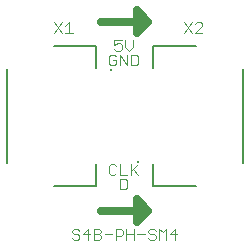
<source format=gbr>
G04 EAGLE Gerber RS-274X export*
G75*
%MOMM*%
%FSLAX34Y34*%
%LPD*%
%INSilkscreen Top*%
%IPPOS*%
%AMOC8*
5,1,8,0,0,1.08239X$1,22.5*%
G01*
%ADD10C,0.076200*%
%ADD11C,0.700000*%
%ADD12C,0.127000*%
%ADD13C,0.254000*%


D10*
X-2663Y64627D02*
X-8827Y64627D01*
X-8827Y60004D01*
X-5745Y61545D01*
X-4204Y61545D01*
X-2663Y60004D01*
X-2663Y56922D01*
X-4204Y55381D01*
X-7286Y55381D01*
X-8827Y56922D01*
X381Y58463D02*
X381Y64627D01*
X381Y58463D02*
X3463Y55381D01*
X6545Y58463D01*
X6545Y64627D01*
X-4223Y-52873D02*
X-4223Y-62119D01*
X400Y-62119D01*
X1941Y-60578D01*
X1941Y-54414D01*
X400Y-52873D01*
X-4223Y-52873D01*
X-7267Y-41914D02*
X-8808Y-40373D01*
X-11890Y-40373D01*
X-13431Y-41914D01*
X-13431Y-48078D01*
X-11890Y-49619D01*
X-8808Y-49619D01*
X-7267Y-48078D01*
X-4223Y-49619D02*
X-4223Y-40373D01*
X-4223Y-49619D02*
X1941Y-49619D01*
X4985Y-49619D02*
X4985Y-40373D01*
X4985Y-46537D02*
X11149Y-40373D01*
X6526Y-44996D02*
X11149Y-49619D01*
X-7267Y50586D02*
X-8808Y52127D01*
X-11890Y52127D01*
X-13431Y50586D01*
X-13431Y44422D01*
X-11890Y42881D01*
X-8808Y42881D01*
X-7267Y44422D01*
X-7267Y47504D01*
X-10349Y47504D01*
X-4223Y42881D02*
X-4223Y52127D01*
X1941Y42881D01*
X1941Y52127D01*
X4985Y52127D02*
X4985Y42881D01*
X9608Y42881D01*
X11149Y44422D01*
X11149Y50586D01*
X9608Y52127D01*
X4985Y52127D01*
D11*
X20000Y-80000D02*
X-20000Y-80000D01*
X10000Y-70000D02*
X20000Y-80000D01*
X10000Y-70000D02*
X10000Y-90000D01*
X20000Y-80000D01*
X20000Y80000D02*
X-20000Y80000D01*
X10000Y90000D02*
X20000Y80000D01*
X10000Y90000D02*
X10000Y70000D01*
X20000Y80000D01*
D12*
X100000Y39500D02*
X100000Y-39500D01*
X60000Y59500D02*
X24000Y59500D01*
X24000Y-59500D02*
X60000Y-59500D01*
X24000Y-59500D02*
X24000Y-40500D01*
X24000Y40500D02*
X24000Y59500D01*
D13*
X11500Y-39000D03*
D10*
X56545Y70381D02*
X50381Y79627D01*
X56545Y79627D02*
X50381Y70381D01*
X59589Y70381D02*
X65753Y70381D01*
X59589Y70381D02*
X65753Y76545D01*
X65753Y78086D01*
X64212Y79627D01*
X61130Y79627D01*
X59589Y78086D01*
X-39996Y-95373D02*
X-38455Y-96914D01*
X-39996Y-95373D02*
X-43078Y-95373D01*
X-44619Y-96914D01*
X-44619Y-98455D01*
X-43078Y-99996D01*
X-39996Y-99996D01*
X-38455Y-101537D01*
X-38455Y-103078D01*
X-39996Y-104619D01*
X-43078Y-104619D01*
X-44619Y-103078D01*
X-30788Y-104619D02*
X-30788Y-95373D01*
X-35411Y-99996D01*
X-29247Y-99996D01*
X-26203Y-104619D02*
X-26203Y-95373D01*
X-21580Y-95373D01*
X-20039Y-96914D01*
X-20039Y-98455D01*
X-21580Y-99996D01*
X-20039Y-101537D01*
X-20039Y-103078D01*
X-21580Y-104619D01*
X-26203Y-104619D01*
X-26203Y-99996D02*
X-21580Y-99996D01*
X-16995Y-99996D02*
X-10832Y-99996D01*
X-7788Y-104619D02*
X-7788Y-95373D01*
X-3165Y-95373D01*
X-1624Y-96914D01*
X-1624Y-99996D01*
X-3165Y-101537D01*
X-7788Y-101537D01*
X1420Y-104619D02*
X1420Y-95373D01*
X1420Y-99996D02*
X7584Y-99996D01*
X7584Y-95373D02*
X7584Y-104619D01*
X10628Y-99996D02*
X16792Y-99996D01*
X24459Y-95373D02*
X26000Y-96914D01*
X24459Y-95373D02*
X21377Y-95373D01*
X19836Y-96914D01*
X19836Y-98455D01*
X21377Y-99996D01*
X24459Y-99996D01*
X26000Y-101537D01*
X26000Y-103078D01*
X24459Y-104619D01*
X21377Y-104619D01*
X19836Y-103078D01*
X29044Y-104619D02*
X29044Y-95373D01*
X32126Y-98455D01*
X35208Y-95373D01*
X35208Y-104619D01*
X42875Y-104619D02*
X42875Y-95373D01*
X38252Y-99996D01*
X44416Y-99996D01*
D12*
X-100000Y-39500D02*
X-100000Y39500D01*
X-60000Y-59500D02*
X-24000Y-59500D01*
X-24000Y59500D02*
X-60000Y59500D01*
X-24000Y59500D02*
X-24000Y40500D01*
X-24000Y-40500D02*
X-24000Y-59500D01*
D13*
X-11500Y39000D03*
D10*
X-53455Y70381D02*
X-59619Y79627D01*
X-53455Y79627D02*
X-59619Y70381D01*
X-50411Y76545D02*
X-47329Y79627D01*
X-47329Y70381D01*
X-50411Y70381D02*
X-44247Y70381D01*
M02*

</source>
